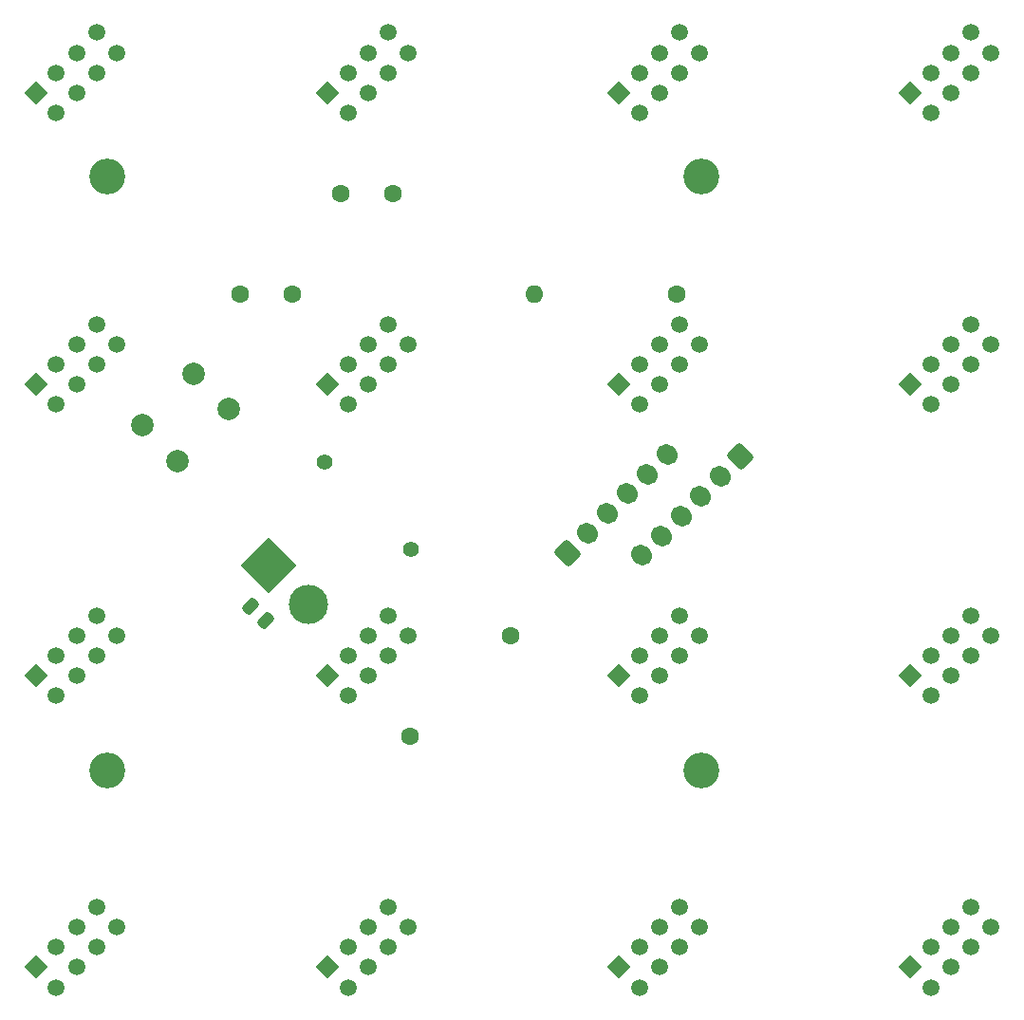
<source format=gbr>
%TF.GenerationSoftware,KiCad,Pcbnew,(6.0.1-0)*%
%TF.CreationDate,2022-09-26T15:58:14+02:00*%
%TF.ProjectId,wifi_camera,77696669-5f63-4616-9d65-72612e6b6963,rev?*%
%TF.SameCoordinates,Original*%
%TF.FileFunction,Soldermask,Top*%
%TF.FilePolarity,Negative*%
%FSLAX46Y46*%
G04 Gerber Fmt 4.6, Leading zero omitted, Abs format (unit mm)*
G04 Created by KiCad (PCBNEW (6.0.1-0)) date 2022-09-26 15:58:14*
%MOMM*%
%LPD*%
G01*
G04 APERTURE LIST*
G04 Aperture macros list*
%AMRoundRect*
0 Rectangle with rounded corners*
0 $1 Rounding radius*
0 $2 $3 $4 $5 $6 $7 $8 $9 X,Y pos of 4 corners*
0 Add a 4 corners polygon primitive as box body*
4,1,4,$2,$3,$4,$5,$6,$7,$8,$9,$2,$3,0*
0 Add four circle primitives for the rounded corners*
1,1,$1+$1,$2,$3*
1,1,$1+$1,$4,$5*
1,1,$1+$1,$6,$7*
1,1,$1+$1,$8,$9*
0 Add four rect primitives between the rounded corners*
20,1,$1+$1,$2,$3,$4,$5,0*
20,1,$1+$1,$4,$5,$6,$7,0*
20,1,$1+$1,$6,$7,$8,$9,0*
20,1,$1+$1,$8,$9,$2,$3,0*%
%AMHorizOval*
0 Thick line with rounded ends*
0 $1 width*
0 $2 $3 position (X,Y) of the first rounded end (center of the circle)*
0 $4 $5 position (X,Y) of the second rounded end (center of the circle)*
0 Add line between two ends*
20,1,$1,$2,$3,$4,$5,0*
0 Add two circle primitives to create the rounded ends*
1,1,$1,$2,$3*
1,1,$1,$4,$5*%
%AMRotRect*
0 Rectangle, with rotation*
0 The origin of the aperture is its center*
0 $1 length*
0 $2 width*
0 $3 Rotation angle, in degrees counterclockwise*
0 Add horizontal line*
21,1,$1,$2,0,0,$3*%
G04 Aperture macros list end*
%ADD10C,1.600000*%
%ADD11HorizOval,1.600000X0.000000X0.000000X0.000000X0.000000X0*%
%ADD12O,1.600000X1.600000*%
%ADD13C,2.000000*%
%ADD14RotRect,1.500000X1.500000X45.000000*%
%ADD15C,1.500000*%
%ADD16C,3.200000*%
%ADD17RoundRect,0.250000X0.512652X0.159099X0.159099X0.512652X-0.512652X-0.159099X-0.159099X-0.512652X0*%
%ADD18C,1.400000*%
%ADD19RotRect,3.500000X3.500000X135.000000*%
%ADD20C,3.500000*%
%ADD21RoundRect,0.250000X0.088388X-0.936916X0.936916X-0.088388X-0.088388X0.936916X-0.936916X0.088388X0*%
%ADD22HorizOval,1.700000X-0.088388X0.088388X0.088388X-0.088388X0*%
%ADD23RoundRect,0.250000X-0.088388X0.936916X-0.936916X0.088388X0.088388X-0.936916X0.936916X-0.088388X0*%
G04 APERTURE END LIST*
D10*
%TO.C,R4*%
X79509872Y-119990128D03*
D11*
X88490128Y-111009872D03*
%TD*%
%TO.C,R3*%
X77990128Y-71519744D03*
D10*
X69009872Y-80500000D03*
%TD*%
D11*
%TO.C,R2*%
X73320384Y-71519744D03*
D10*
X64340128Y-80500000D03*
%TD*%
%TO.C,R1*%
X103350000Y-80500000D03*
D12*
X90650000Y-80500000D03*
%TD*%
D13*
%TO.C,SW1*%
X63389088Y-90792894D03*
X58792894Y-95389088D03*
X60207108Y-87610913D03*
X55610913Y-92207107D03*
%TD*%
D14*
%TO.C,U1*%
X46181981Y-62570134D03*
D15*
X47978032Y-60774083D03*
X49774083Y-58978032D03*
X51570134Y-57181981D03*
X47978032Y-64366185D03*
X49774083Y-62570134D03*
X51570134Y-60774083D03*
X53366185Y-58978032D03*
%TD*%
D14*
%TO.C,U3*%
X46181981Y-114570134D03*
D15*
X47978032Y-112774083D03*
X49774083Y-110978032D03*
X51570134Y-109181981D03*
X47978032Y-116366185D03*
X49774083Y-114570134D03*
X51570134Y-112774083D03*
X53366185Y-110978032D03*
%TD*%
D14*
%TO.C,U14*%
X124181981Y-88570134D03*
D15*
X125978032Y-86774083D03*
X127774083Y-84978032D03*
X129570134Y-83181981D03*
X125978032Y-90366185D03*
X127774083Y-88570134D03*
X129570134Y-86774083D03*
X131366185Y-84978032D03*
%TD*%
D14*
%TO.C,U12*%
X98181981Y-140570134D03*
D15*
X99978032Y-138774083D03*
X101774083Y-136978032D03*
X103570134Y-135181981D03*
X99978032Y-142366185D03*
X101774083Y-140570134D03*
X103570134Y-138774083D03*
X105366185Y-136978032D03*
%TD*%
D14*
%TO.C,U10*%
X98181981Y-88570134D03*
D15*
X99978032Y-86774083D03*
X101774083Y-84978032D03*
X103570134Y-83181981D03*
X99978032Y-90366185D03*
X101774083Y-88570134D03*
X103570134Y-86774083D03*
X105366185Y-84978032D03*
%TD*%
D14*
%TO.C,U16*%
X124181981Y-140570134D03*
D15*
X125978032Y-138774083D03*
X127774083Y-136978032D03*
X129570134Y-135181981D03*
X125978032Y-142366185D03*
X127774083Y-140570134D03*
X129570134Y-138774083D03*
X131366185Y-136978032D03*
%TD*%
D16*
%TO.C,H2*%
X105500000Y-70000000D03*
%TD*%
D14*
%TO.C,U13*%
X124181981Y-62570134D03*
D15*
X125978032Y-60774083D03*
X127774083Y-58978032D03*
X129570134Y-57181981D03*
X125978032Y-64366185D03*
X127774083Y-62570134D03*
X129570134Y-60774083D03*
X131366185Y-58978032D03*
%TD*%
D14*
%TO.C,U15*%
X124181981Y-114570134D03*
D15*
X125978032Y-112774083D03*
X127774083Y-110978032D03*
X129570134Y-109181981D03*
X125978032Y-116366185D03*
X127774083Y-114570134D03*
X129570134Y-112774083D03*
X131366185Y-110978032D03*
%TD*%
D14*
%TO.C,U4*%
X46181981Y-140570134D03*
D15*
X47978032Y-138774083D03*
X49774083Y-136978032D03*
X51570134Y-135181981D03*
X47978032Y-142366185D03*
X49774083Y-140570134D03*
X51570134Y-138774083D03*
X53366185Y-136978032D03*
%TD*%
D14*
%TO.C,U7*%
X72181981Y-114570134D03*
D15*
X73978032Y-112774083D03*
X75774083Y-110978032D03*
X77570134Y-109181981D03*
X73978032Y-116366185D03*
X75774083Y-114570134D03*
X77570134Y-112774083D03*
X79366185Y-110978032D03*
%TD*%
D16*
%TO.C,H4*%
X52500000Y-123000000D03*
%TD*%
D14*
%TO.C,U6*%
X72181981Y-88570134D03*
D15*
X73978032Y-86774083D03*
X75774083Y-84978032D03*
X77570134Y-83181981D03*
X73978032Y-90366185D03*
X75774083Y-88570134D03*
X77570134Y-86774083D03*
X79366185Y-84978032D03*
%TD*%
D17*
%TO.C,C4*%
X66671751Y-109671751D03*
X65328249Y-108328249D03*
%TD*%
D14*
%TO.C,U5*%
X72181981Y-62570134D03*
D15*
X73978032Y-60774083D03*
X75774083Y-58978032D03*
X77570134Y-57181981D03*
X73978032Y-64366185D03*
X75774083Y-62570134D03*
X77570134Y-60774083D03*
X79366185Y-58978032D03*
%TD*%
D14*
%TO.C,U2*%
X46181981Y-88570134D03*
D15*
X47978032Y-86774083D03*
X49774083Y-84978032D03*
X51570134Y-83181981D03*
X47978032Y-90366185D03*
X49774083Y-88570134D03*
X51570134Y-86774083D03*
X53366185Y-84978032D03*
%TD*%
D16*
%TO.C,H1*%
X52500000Y-70000000D03*
%TD*%
D14*
%TO.C,U11*%
X98181981Y-114570134D03*
D15*
X99978032Y-112774083D03*
X101774083Y-110978032D03*
X103570134Y-109181981D03*
X99978032Y-116366185D03*
X101774083Y-114570134D03*
X103570134Y-112774083D03*
X105366185Y-110978032D03*
%TD*%
D14*
%TO.C,U9*%
X98181981Y-62570134D03*
D15*
X99978032Y-60774083D03*
X101774083Y-58978032D03*
X103570134Y-57181981D03*
X99978032Y-64366185D03*
X101774083Y-62570134D03*
X103570134Y-60774083D03*
X105366185Y-58978032D03*
%TD*%
D14*
%TO.C,U8*%
X72181981Y-140570134D03*
D15*
X73978032Y-138774083D03*
X75774083Y-136978032D03*
X77570134Y-135181981D03*
X73978032Y-142366185D03*
X75774083Y-140570134D03*
X77570134Y-138774083D03*
X79366185Y-136978032D03*
%TD*%
D16*
%TO.C,H3*%
X105500000Y-123000000D03*
%TD*%
D18*
%TO.C,J1*%
X79647324Y-103280850D03*
X71869149Y-95502676D03*
D19*
X66919402Y-104695064D03*
D20*
X70454936Y-108230598D03*
%TD*%
D21*
%TO.C,J3*%
X93585430Y-103631549D03*
D22*
X95353197Y-101863782D03*
X97120964Y-100096015D03*
X98888731Y-98328248D03*
X100656498Y-96560481D03*
X102424265Y-94792714D03*
%TD*%
D23*
%TO.C,J2*%
X109000000Y-95000000D03*
D22*
X107232233Y-96767767D03*
X105464466Y-98535534D03*
X103696699Y-100303301D03*
X101928932Y-102071068D03*
X100161165Y-103838835D03*
%TD*%
M02*

</source>
